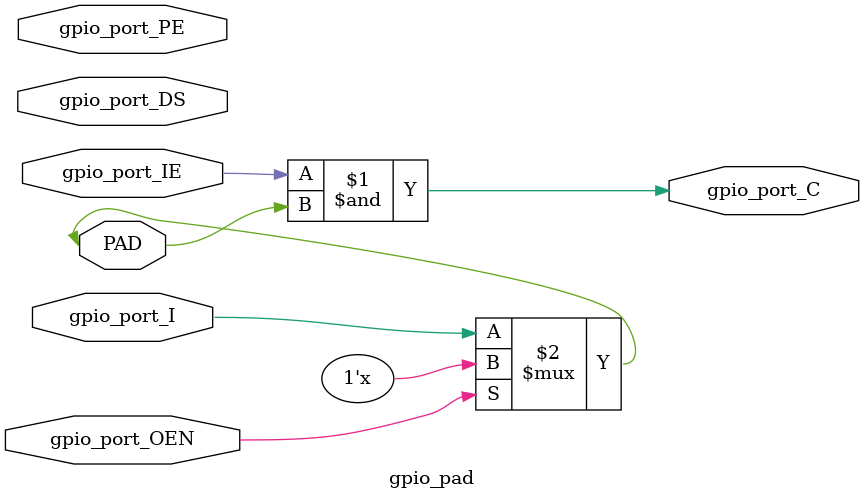
<source format=v>

module gpio_pad
(
input gpio_port_PE,
input gpio_port_IE,
input gpio_port_DS,
input gpio_port_I,
input gpio_port_OEN,
output gpio_port_C,
inout PAD
);
assign gpio_port_C = gpio_port_IE & PAD;
assign PAD = gpio_port_OEN ? 1'bZ : gpio_port_I;
//DS current mode
//PE actives a Pull up register
endmodule
				
</source>
